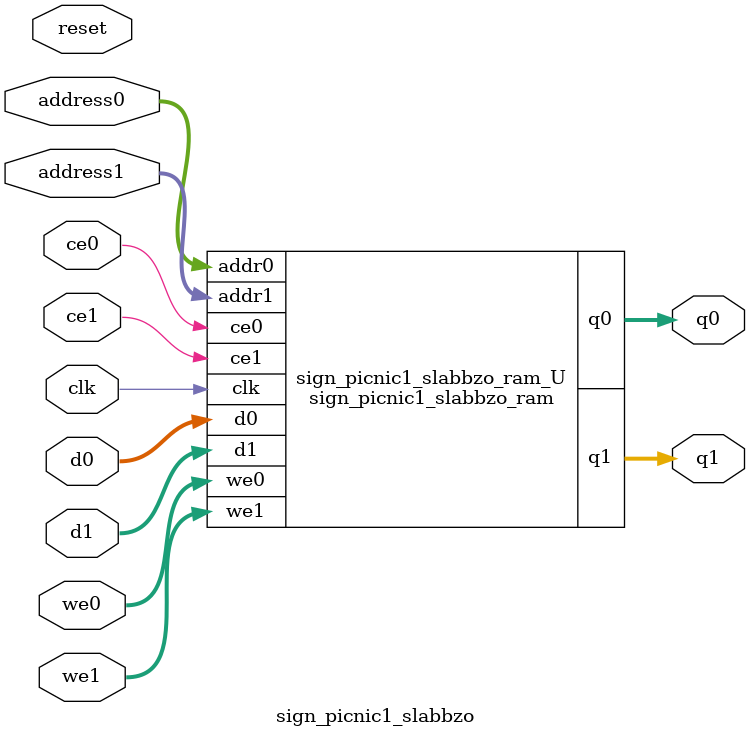
<source format=v>
`timescale 1 ns / 1 ps
module sign_picnic1_slabbzo_ram (addr0, ce0, d0, we0, q0, addr1, ce1, d1, we1, q1,  clk);

parameter DWIDTH = 32;
parameter AWIDTH = 6;
parameter MEM_SIZE = 36;
parameter COL_WIDTH = 8;
parameter NUM_COL = (DWIDTH/COL_WIDTH);

input[AWIDTH-1:0] addr0;
input ce0;
input[DWIDTH-1:0] d0;
input [NUM_COL-1:0] we0;
output reg[DWIDTH-1:0] q0;
input[AWIDTH-1:0] addr1;
input ce1;
input[DWIDTH-1:0] d1;
input [NUM_COL-1:0] we1;
output reg[DWIDTH-1:0] q1;
input clk;

(* ram_style = "block" *)reg [DWIDTH-1:0] ram[0:MEM_SIZE-1];



genvar i;

generate
    for (i=0;i<NUM_COL;i=i+1) begin
        always @(posedge clk) begin
            if (ce0) begin
                if (we0[i]) begin
                    ram[addr0][i*COL_WIDTH +: COL_WIDTH] <= d0[i*COL_WIDTH +: COL_WIDTH]; 
                end
                q0[i*COL_WIDTH +: COL_WIDTH] <= ram[addr0][i*COL_WIDTH +: COL_WIDTH];
            end
        end
    end
endgenerate


generate
    for (i=0;i<NUM_COL;i=i+1) begin
        always @(posedge clk) begin
            if (ce1) begin
                if (we1[i]) begin
                    ram[addr1][i*COL_WIDTH +: COL_WIDTH] <= d1[i*COL_WIDTH +: COL_WIDTH]; 
                end
                q1[i*COL_WIDTH +: COL_WIDTH] <= ram[addr1][i*COL_WIDTH +: COL_WIDTH];
            end
        end
    end
endgenerate


endmodule

`timescale 1 ns / 1 ps
module sign_picnic1_slabbzo(
    reset,
    clk,
    address0,
    ce0,
    we0,
    d0,
    q0,
    address1,
    ce1,
    we1,
    d1,
    q1);

parameter DataWidth = 32'd32;
parameter AddressRange = 32'd36;
parameter AddressWidth = 32'd6;
input reset;
input clk;
input[AddressWidth - 1:0] address0;
input ce0;
input[DataWidth/8 - 1:0] we0;
input[DataWidth - 1:0] d0;
output[DataWidth - 1:0] q0;
input[AddressWidth - 1:0] address1;
input ce1;
input[DataWidth/8 - 1:0] we1;
input[DataWidth - 1:0] d1;
output[DataWidth - 1:0] q1;



sign_picnic1_slabbzo_ram sign_picnic1_slabbzo_ram_U(
    .clk( clk ),
    .addr0( address0 ),
    .ce0( ce0 ),
    .we0( we0 ),
    .d0( d0 ),
    .q0( q0 ),
    .addr1( address1 ),
    .ce1( ce1 ),
    .we1( we1 ),
    .d1( d1 ),
    .q1( q1 ));

endmodule


</source>
